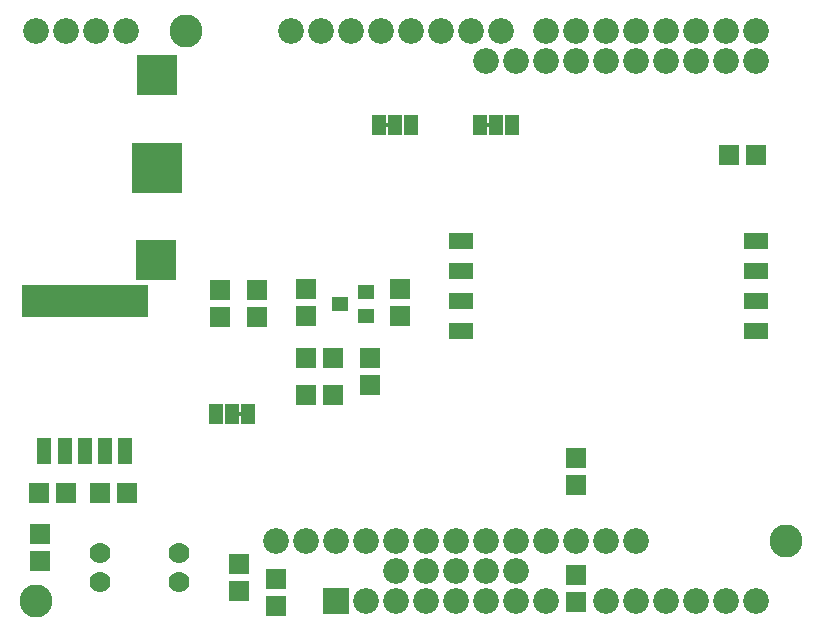
<source format=gbr>
G04 GERBER ASCII OUTPUT FROM: EDWINXP (VER. 1.61 REV. 20080915)*
G04 GERBER FORMAT: RX-274-X*
G04 BOARD: AMICUS_GSM_SHIELD*
G04 ARTWORK OF COMP.MASK POSITIVE*
%ASAXBY*%
%FSLAX23Y23*%
%MIA0B0*%
%MOIN*%
%OFA0.0000B0.0000*%
%SFA1B1*%
%IJA0B0*%
%INLAYER1POS*%
%IOA0B0*%
%IPPOS*%
%IR0*%
G04 APERTURE MACROS*
%AMEDWDONUT*
1,1,$1,$2,$3*
1,0,$4,$2,$3*
%
%AMEDWFRECT*
20,1,$1,$2,$3,$4,$5,$6*
%
%AMEDWORECT*
20,1,$1,$2,$3,$4,$5,$10*
20,1,$1,$4,$5,$6,$7,$10*
20,1,$1,$6,$7,$8,$9,$10*
20,1,$1,$8,$9,$2,$3,$10*
1,1,$1,$2,$3*
1,1,$1,$4,$5*
1,1,$1,$6,$7*
1,1,$1,$8,$9*
%
%AMEDWLINER*
20,1,$1,$2,$3,$4,$5,$6*
1,1,$1,$2,$3*
1,1,$1,$4,$5*
%
%AMEDWFTRNG*
4,1,3,$1,$2,$3,$4,$5,$6,$7,$8,$9*
%
%AMEDWATRNG*
4,1,3,$1,$2,$3,$4,$5,$6,$7,$8,$9*
20,1,$11,$1,$2,$3,$4,$10*
20,1,$11,$3,$4,$5,$6,$10*
20,1,$11,$5,$6,$7,$8,$10*
1,1,$11,$3,$4*
1,1,$11,$5,$6*
1,1,$11,$7,$8*
%
%AMEDWOTRNG*
20,1,$1,$2,$3,$4,$5,$8*
20,1,$1,$4,$5,$6,$7,$8*
20,1,$1,$6,$7,$2,$3,$8*
1,1,$1,$2,$3*
1,1,$1,$4,$5*
1,1,$1,$6,$7*
%
G04*
G04 APERTURE LIST*
%ADD10R,0.07874X0.05512*%
%ADD11R,0.10274X0.07912*%
%ADD12R,0.0748X0.05118*%
%ADD13R,0.0988X0.07518*%
%ADD14R,0.0700X0.0650*%
%ADD15R,0.0940X0.0890*%
%ADD16R,0.0600X0.0550*%
%ADD17R,0.0840X0.0790*%
%ADD18R,0.0650X0.0700*%
%ADD19R,0.0890X0.0940*%
%ADD20R,0.0550X0.0600*%
%ADD21R,0.0790X0.0840*%
%ADD22R,0.01378X0.06496*%
%ADD23R,0.03778X0.08896*%
%ADD24R,0.01181X0.06299*%
%ADD25R,0.03581X0.08699*%
%ADD26R,0.03386X0.05354*%
%ADD27R,0.05786X0.07754*%
%ADD28R,0.0315X0.05118*%
%ADD29R,0.0555X0.07518*%
%ADD30R,0.16535X0.16535*%
%ADD31R,0.18935X0.18935*%
%ADD32R,0.15748X0.15748*%
%ADD33R,0.18148X0.18148*%
%ADD34R,0.0450X0.0900*%
%ADD35R,0.0690X0.1140*%
%ADD36R,0.0350X0.0800*%
%ADD37R,0.0590X0.1040*%
%ADD38R,0.4200X0.1100*%
%ADD39R,0.4440X0.1340*%
%ADD40R,0.4100X0.1000*%
%ADD41R,0.4340X0.1240*%
%ADD42R,0.0580X0.0500*%
%ADD43R,0.0820X0.0740*%
%ADD44R,0.0480X0.0400*%
%ADD45R,0.0720X0.0640*%
%ADD46R,0.04724X0.06693*%
%ADD47R,0.07124X0.09093*%
%ADD48R,0.03937X0.05906*%
%ADD49R,0.06337X0.08306*%
%ADD50R,0.1350X0.1350*%
%ADD51R,0.1590X0.1590*%
%ADD52R,0.1250X0.1250*%
%ADD53R,0.1490X0.1490*%
%ADD54R,0.1700X0.1700*%
%ADD55R,0.1940X0.1940*%
%ADD56R,0.1560X0.1560*%
%ADD57R,0.1800X0.1800*%
%ADD58R,0.0860X0.0860*%
%ADD59R,0.1100X0.1100*%
%ADD60R,0.0700X0.0700*%
%ADD61R,0.0940X0.0940*%
%ADD62C,0.00039*%
%ADD64C,0.0010*%
%ADD66C,0.00118*%
%ADD68C,0.00197*%
%ADD70C,0.0020*%
%ADD71R,0.0020X0.0020*%
%ADD72C,0.0030*%
%ADD73R,0.0030X0.0030*%
%ADD74C,0.00394*%
%ADD76C,0.0040*%
%ADD77R,0.0040X0.0040*%
%ADD78C,0.0050*%
%ADD79R,0.0050X0.0050*%
%ADD80C,0.00512*%
%ADD81R,0.00512X0.00512*%
%ADD82C,0.00591*%
%ADD83R,0.00591X0.00591*%
%ADD84C,0.00659*%
%ADD85R,0.00659X0.00659*%
%ADD86C,0.00787*%
%ADD87R,0.00787X0.00787*%
%ADD88C,0.00799*%
%ADD90C,0.0080*%
%ADD92C,0.00984*%
%ADD93R,0.00984X0.00984*%
%ADD94C,0.0100*%
%ADD95R,0.0100X0.0100*%
%ADD96C,0.01181*%
%ADD97R,0.01181X0.01181*%
%ADD98C,0.0120*%
%ADD100C,0.0120*%
%ADD102C,0.0126*%
%ADD104C,0.0130*%
%ADD106C,0.01378*%
%ADD107R,0.01378X0.01378*%
%ADD108C,0.0150*%
%ADD109R,0.0150X0.0150*%
%ADD110C,0.0160*%
%ADD112C,0.01654*%
%ADD113R,0.01654X0.01654*%
%ADD114C,0.01969*%
%ADD115R,0.01969X0.01969*%
%ADD116C,0.0200*%
%ADD118C,0.02362*%
%ADD119R,0.02362X0.02362*%
%ADD120C,0.0240*%
%ADD121R,0.0240X0.0240*%
%ADD122C,0.0240*%
%ADD123R,0.0240X0.0240*%
%ADD124C,0.02439*%
%ADD125R,0.02439X0.02439*%
%ADD126C,0.02441*%
%ADD127R,0.02441X0.02441*%
%ADD128C,0.0250*%
%ADD129R,0.0250X0.0250*%
%ADD130C,0.02597*%
%ADD132C,0.02756*%
%ADD134C,0.02794*%
%ADD136C,0.0290*%
%ADD138C,0.02912*%
%ADD139R,0.02912X0.02912*%
%ADD140C,0.02991*%
%ADD141R,0.02991X0.02991*%
%ADD142C,0.0300*%
%ADD143R,0.0300X0.0300*%
%ADD144C,0.03059*%
%ADD145R,0.03059X0.03059*%
%ADD146C,0.0315*%
%ADD147R,0.0315X0.0315*%
%ADD148C,0.03187*%
%ADD150C,0.03199*%
%ADD151R,0.03199X0.03199*%
%ADD152C,0.0320*%
%ADD153R,0.0320X0.0320*%
%ADD154C,0.03386*%
%ADD155R,0.03386X0.03386*%
%ADD156C,0.0350*%
%ADD157R,0.0350X0.0350*%
%ADD158C,0.03581*%
%ADD159R,0.03581X0.03581*%
%ADD160C,0.0360*%
%ADD162C,0.0370*%
%ADD164C,0.03778*%
%ADD165R,0.03778X0.03778*%
%ADD166C,0.0390*%
%ADD167R,0.0390X0.0390*%
%ADD168C,0.03937*%
%ADD169R,0.03937X0.03937*%
%ADD170C,0.0400*%
%ADD171R,0.0400X0.0400*%
%ADD172C,0.04173*%
%ADD173R,0.04173X0.04173*%
%ADD174C,0.04331*%
%ADD176C,0.04369*%
%ADD177R,0.04369X0.04369*%
%ADD178C,0.0440*%
%ADD180C,0.0450*%
%ADD181R,0.0450X0.0450*%
%ADD182C,0.0470*%
%ADD183R,0.0470X0.0470*%
%ADD184C,0.04724*%
%ADD185R,0.04724X0.04724*%
%ADD186C,0.04762*%
%ADD187R,0.04762X0.04762*%
%ADD188C,0.0490*%
%ADD189R,0.0490X0.0490*%
%ADD190C,0.04921*%
%ADD191R,0.04921X0.04921*%
%ADD192C,0.04961*%
%ADD193R,0.04961X0.04961*%
%ADD194C,0.0500*%
%ADD195R,0.0500X0.0500*%
%ADD196C,0.05118*%
%ADD197R,0.05118X0.05118*%
%ADD198C,0.05354*%
%ADD199R,0.05354X0.05354*%
%ADD200C,0.05512*%
%ADD201R,0.05512X0.05512*%
%ADD202C,0.0555*%
%ADD203R,0.0555X0.0555*%
%ADD204C,0.0560*%
%ADD205R,0.0560X0.0560*%
%ADD206C,0.0570*%
%ADD207R,0.0570X0.0570*%
%ADD208C,0.05786*%
%ADD209R,0.05786X0.05786*%
%ADD210C,0.0590*%
%ADD211R,0.0590X0.0590*%
%ADD212C,0.05906*%
%ADD213R,0.05906X0.05906*%
%ADD214C,0.05945*%
%ADD215R,0.05945X0.05945*%
%ADD216C,0.0600*%
%ADD217R,0.0600X0.0600*%
%ADD218C,0.0620*%
%ADD219R,0.0620X0.0620*%
%ADD220C,0.06201*%
%ADD221R,0.06201X0.06201*%
%ADD222C,0.06299*%
%ADD223R,0.06299X0.06299*%
%ADD224C,0.06337*%
%ADD225R,0.06337X0.06337*%
%ADD226C,0.06496*%
%ADD227R,0.06496X0.06496*%
%ADD228C,0.0650*%
%ADD229R,0.0650X0.0650*%
%ADD230C,0.06693*%
%ADD231R,0.06693X0.06693*%
%ADD232C,0.06731*%
%ADD233R,0.06731X0.06731*%
%ADD234C,0.0690*%
%ADD235R,0.0690X0.0690*%
%ADD236C,0.06906*%
%ADD237R,0.06906X0.06906*%
%ADD238C,0.0700*%
%ADD239R,0.0700X0.0700*%
%ADD240C,0.07008*%
%ADD241R,0.07008X0.07008*%
%ADD242C,0.07087*%
%ADD243R,0.07087X0.07087*%
%ADD244C,0.0710*%
%ADD245R,0.0710X0.0710*%
%ADD246C,0.07124*%
%ADD247R,0.07124X0.07124*%
%ADD248C,0.0740*%
%ADD249R,0.0740X0.0740*%
%ADD250C,0.0748*%
%ADD251R,0.0748X0.0748*%
%ADD252C,0.0750*%
%ADD253R,0.0750X0.0750*%
%ADD254C,0.07518*%
%ADD255R,0.07518X0.07518*%
%ADD256C,0.07598*%
%ADD257R,0.07598X0.07598*%
%ADD258C,0.0760*%
%ADD259R,0.0760X0.0760*%
%ADD260C,0.07754*%
%ADD261R,0.07754X0.07754*%
%ADD262C,0.07795*%
%ADD263R,0.07795X0.07795*%
%ADD264C,0.07874*%
%ADD265R,0.07874X0.07874*%
%ADD266C,0.07912*%
%ADD267R,0.07912X0.07912*%
%ADD268C,0.0800*%
%ADD269R,0.0800X0.0800*%
%ADD270C,0.0810*%
%ADD271R,0.0810X0.0810*%
%ADD272C,0.08268*%
%ADD273R,0.08268X0.08268*%
%ADD274C,0.08306*%
%ADD275R,0.08306X0.08306*%
%ADD276C,0.08345*%
%ADD277R,0.08345X0.08345*%
%ADD278C,0.0840*%
%ADD279R,0.0840X0.0840*%
%ADD280C,0.08598*%
%ADD281R,0.08598X0.08598*%
%ADD282C,0.0860*%
%ADD283R,0.0860X0.0860*%
%ADD284C,0.08601*%
%ADD285R,0.08601X0.08601*%
%ADD286C,0.08661*%
%ADD287R,0.08661X0.08661*%
%ADD288C,0.08699*%
%ADD289R,0.08699X0.08699*%
%ADD290C,0.0870*%
%ADD291R,0.0870X0.0870*%
%ADD292C,0.08896*%
%ADD293R,0.08896X0.08896*%
%ADD294C,0.0890*%
%ADD295R,0.0890X0.0890*%
%ADD296C,0.0900*%
%ADD297R,0.0900X0.0900*%
%ADD298C,0.09093*%
%ADD299R,0.09093X0.09093*%
%ADD300C,0.0940*%
%ADD301R,0.0940X0.0940*%
%ADD302C,0.09449*%
%ADD303R,0.09449X0.09449*%
%ADD304C,0.09528*%
%ADD305R,0.09528X0.09528*%
%ADD306C,0.0970*%
%ADD307R,0.0970X0.0970*%
%ADD308C,0.09843*%
%ADD309R,0.09843X0.09843*%
%ADD310C,0.0988*%
%ADD311R,0.0988X0.0988*%
%ADD312C,0.0990*%
%ADD313R,0.0990X0.0990*%
%ADD314C,0.09998*%
%ADD316C,0.1000*%
%ADD317R,0.1000X0.1000*%
%ADD318C,0.10236*%
%ADD319R,0.10236X0.10236*%
%ADD320C,0.10274*%
%ADD321R,0.10274X0.10274*%
%ADD322C,0.10315*%
%ADD323R,0.10315X0.10315*%
%ADD324C,0.1040*%
%ADD325R,0.1040X0.1040*%
%ADD326C,0.1063*%
%ADD327R,0.1063X0.1063*%
%ADD328C,0.10668*%
%ADD329R,0.10668X0.10668*%
%ADD330C,0.10998*%
%ADD331R,0.10998X0.10998*%
%ADD332C,0.1100*%
%ADD333R,0.1100X0.1100*%
%ADD334C,0.11024*%
%ADD335R,0.11024X0.11024*%
%ADD336C,0.11061*%
%ADD337R,0.11061X0.11061*%
%ADD338C,0.1110*%
%ADD339R,0.1110X0.1110*%
%ADD340C,0.1120*%
%ADD341R,0.1120X0.1120*%
%ADD342C,0.1140*%
%ADD343R,0.1140X0.1140*%
%ADD344C,0.1150*%
%ADD345R,0.1150X0.1150*%
%ADD346C,0.11811*%
%ADD347R,0.11811X0.11811*%
%ADD348C,0.1200*%
%ADD349R,0.1200X0.1200*%
%ADD350C,0.1210*%
%ADD351R,0.1210X0.1210*%
%ADD352C,0.12243*%
%ADD353R,0.12243X0.12243*%
%ADD354C,0.1240*%
%ADD355R,0.1240X0.1240*%
%ADD356C,0.1250*%
%ADD357R,0.1250X0.1250*%
%ADD358C,0.12598*%
%ADD359R,0.12598X0.12598*%
%ADD360C,0.12636*%
%ADD361R,0.12636X0.12636*%
%ADD362C,0.12992*%
%ADD363R,0.12992X0.12992*%
%ADD364C,0.1300*%
%ADD365R,0.1300X0.1300*%
%ADD366C,0.1340*%
%ADD367R,0.1340X0.1340*%
%ADD368C,0.1390*%
%ADD369R,0.1390X0.1390*%
%ADD370C,0.1420*%
%ADD371R,0.1420X0.1420*%
%ADD372C,0.1440*%
%ADD373R,0.1440X0.1440*%
%ADD374C,0.14567*%
%ADD375R,0.14567X0.14567*%
%ADD376C,0.1490*%
%ADD377R,0.1490X0.1490*%
%ADD378C,0.14961*%
%ADD379R,0.14961X0.14961*%
%ADD380C,0.15118*%
%ADD381R,0.15118X0.15118*%
%ADD382C,0.1520*%
%ADD383R,0.1520X0.1520*%
%ADD384C,0.15354*%
%ADD385R,0.15354X0.15354*%
%ADD386C,0.15374*%
%ADD387R,0.15374X0.15374*%
%ADD388C,0.1540*%
%ADD389R,0.1540X0.1540*%
%ADD390C,0.15748*%
%ADD391R,0.15748X0.15748*%
%ADD392C,0.16535*%
%ADD393R,0.16535X0.16535*%
%ADD394C,0.1660*%
%ADD395R,0.1660X0.1660*%
%ADD396C,0.17323*%
%ADD398C,0.1760*%
%ADD399R,0.1760X0.1760*%
%ADD400C,0.17774*%
%ADD401R,0.17774X0.17774*%
%ADD402C,0.18148*%
%ADD403R,0.18148X0.18148*%
%ADD404C,0.18504*%
%ADD406C,0.18898*%
%ADD408C,0.18935*%
%ADD409R,0.18935X0.18935*%
%ADD410C,0.19685*%
%ADD411R,0.19685X0.19685*%
%ADD412C,0.20472*%
%ADD413R,0.20472X0.20472*%
%ADD414C,0.20904*%
%ADD416C,0.2126*%
%ADD418C,0.21298*%
%ADD420C,0.22085*%
%ADD421R,0.22085X0.22085*%
%ADD422C,0.22835*%
%ADD425R,0.22872X0.22872*%
%ADD427R,0.23622X0.23622*%
%ADD429R,0.24409X0.24409*%
%ADD431R,0.24937X0.24937*%
%ADD433R,0.26022X0.26022*%
%ADD435R,0.26142X0.26142*%
%ADD437R,0.26929X0.26929*%
%ADD439R,0.27337X0.27337*%
%ADD441R,0.31496X0.31496*%
%ADD443R,0.32811X0.32811*%
%ADD445R,0.33896X0.33896*%
%ADD447R,0.35211X0.35211*%
%ADD449R,0.35433X0.35433*%
%ADD451R,0.3622X0.3622*%
%ADD453R,0.37833X0.37833*%
%ADD455R,0.3862X0.3862*%
%ADD456C,0.4862*%
%ADD457R,0.4862X0.4862*%
%ADD458C,0.5862*%
%ADD459R,0.5862X0.5862*%
%ADD460C,0.6862*%
%ADD461R,0.6862X0.6862*%
%ADD462C,0.7862*%
%ADD463R,0.7862X0.7862*%
%ADD464C,0.8862*%
%ADD465R,0.8862X0.8862*%
%ADD466C,0.9862*%
%ADD467R,0.9862X0.9862*%
%ADD468C,1.0862*%
%ADD469R,1.0862X1.0862*%
%ADD470C,1.1862*%
%ADD471R,1.1862X1.1862*%
%ADD472C,1.2862*%
%ADD473R,1.2862X1.2862*%
%ADD474C,1.3862*%
%ADD475R,1.3862X1.3862*%
%ADD476C,1.4862*%
%ADD477R,1.4862X1.4862*%
%ADD478C,1.5862*%
%ADD479R,1.5862X1.5862*%
%ADD480C,1.6862*%
%ADD481R,1.6862X1.6862*%
%ADD482C,1.7862*%
%ADD483R,1.7862X1.7862*%
%ADD484C,1.8862*%
%ADD485R,1.8862X1.8862*%
%ADD486C,1.9862*%
%ADD487R,1.9862X1.9862*%
G04*
D10*
X2500Y1300D02*D03*
X2500Y1200D02*D03*
X2500Y1100D02*D03*
X2500Y1000D02*D03*
X1516Y1300D02*D03*
X1516Y1200D02*D03*
X1516Y1100D02*D03*
X1516Y1000D02*D03*
D14*
X313Y463D02*D03*
X403Y463D02*D03*
X200Y463D02*D03*
X110Y463D02*D03*
D18*
X775Y225D02*D03*
X775Y135D02*D03*
D238*
X575Y263D02*D03*
X575Y164D02*D03*
X313Y263D02*D03*
X313Y164D02*D03*
D282*
X900Y300D02*D03*
X1000Y300D02*D03*
X1100Y300D02*D03*
X1200Y300D02*D03*
X1300Y300D02*D03*
X1400Y300D02*D03*
X1500Y300D02*D03*
X1600Y300D02*D03*
X1700Y200D02*D03*
X1600Y200D02*D03*
X1500Y200D02*D03*
X1400Y200D02*D03*
X1300Y200D02*D03*
D34*
X128Y600D02*D03*
X195Y600D02*D03*
X262Y600D02*D03*
X329Y600D02*D03*
X396Y600D02*D03*
D38*
X263Y1100D02*D03*
D282*
X1800Y2000D02*D03*
X1900Y2000D02*D03*
X2000Y2000D02*D03*
X2100Y2000D02*D03*
X2200Y2000D02*D03*
X2300Y2000D02*D03*
X2400Y2000D02*D03*
X2500Y2000D02*D03*
X1300Y100D02*D03*
X1400Y100D02*D03*
X1500Y100D02*D03*
X1600Y100D02*D03*
X1700Y100D02*D03*
X1800Y100D02*D03*
X950Y2000D02*D03*
X1050Y2000D02*D03*
X1150Y2000D02*D03*
X1250Y2000D02*D03*
X1350Y2000D02*D03*
X1450Y2000D02*D03*
X1550Y2000D02*D03*
X1650Y2000D02*D03*
X2000Y100D02*D03*
X2100Y100D02*D03*
X2200Y100D02*D03*
X2300Y100D02*D03*
X2400Y100D02*D03*
X2500Y100D02*D03*
X1600Y1900D02*D03*
X1700Y1900D02*D03*
X1800Y1900D02*D03*
X1900Y1900D02*D03*
X2000Y1900D02*D03*
X2100Y1900D02*D03*
X2200Y1900D02*D03*
X2300Y1900D02*D03*
X2400Y1900D02*D03*
X2500Y1900D02*D03*
D18*
X1900Y488D02*D03*
X1900Y578D02*D03*
X900Y175D02*D03*
X900Y85D02*D03*
X1313Y1140D02*D03*
X1313Y1050D02*D03*
X1213Y913D02*D03*
X1213Y823D02*D03*
D42*
X1200Y1050D02*D03*
X1200Y1130D02*D03*
X1112Y1090D02*D03*
D14*
X1090Y788D02*D03*
X1000Y788D02*D03*
D46*
X1350Y1688D02*D03*
X1296Y1688D02*D03*
X1242Y1688D02*D03*
X1688Y1688D02*D03*
X1633Y1688D02*D03*
X1579Y1688D02*D03*
X700Y725D02*D03*
X754Y725D02*D03*
X808Y725D02*D03*
D14*
X2410Y1588D02*D03*
X2500Y1588D02*D03*
D18*
X113Y325D02*D03*
X113Y235D02*D03*
X1000Y1050D02*D03*
X1000Y1140D02*D03*
D14*
X1090Y913D02*D03*
X1000Y913D02*D03*
D50*
X502Y1856D02*D03*
X500Y1238D02*D03*
D54*
X502Y1544D02*D03*
D282*
X2100Y300D02*D03*
X2000Y300D02*D03*
X1900Y300D02*D03*
X1800Y300D02*D03*
X1700Y300D02*D03*
D18*
X713Y1138D02*D03*
X713Y1048D02*D03*
X1900Y98D02*D03*
X1900Y188D02*D03*
D282*
X100Y2000D02*D03*
X200Y2000D02*D03*
X300Y2000D02*D03*
X400Y2000D02*D03*
D18*
X838Y1048D02*D03*
X838Y1138D02*D03*
D58*
X1100Y100D02*D03*
D282*
X1200Y100D02*D03*
D332*
X100Y100D02*D03*
X600Y2000D02*D03*
X2600Y300D02*D03*
D104*
X750Y725D02*
X800Y725D01*
X1250Y1688D02*
X1300Y1688D01*
X1575Y1688D02*
X1638Y1688D01*
M02*

</source>
